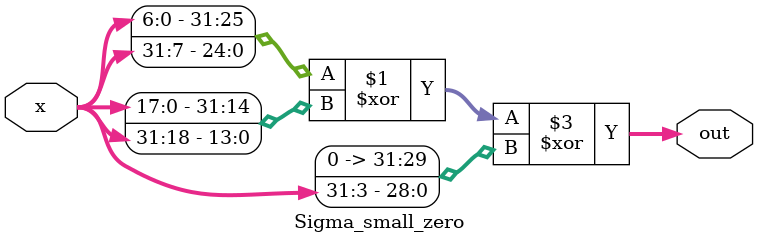
<source format=v>
module Sigma_small_zero( input   [31:0]   x ,
                         output  [31:0] out);

// Small sigma0 calculates Rotr(x,7) xor Rotr(x,18) xor Shr(x,3) 


assign out = { x[6:0] , x[31:7] } ^ { x[17:0] , x[31:18] } ^ ( x >> 3 ) ;


endmodule  
</source>
